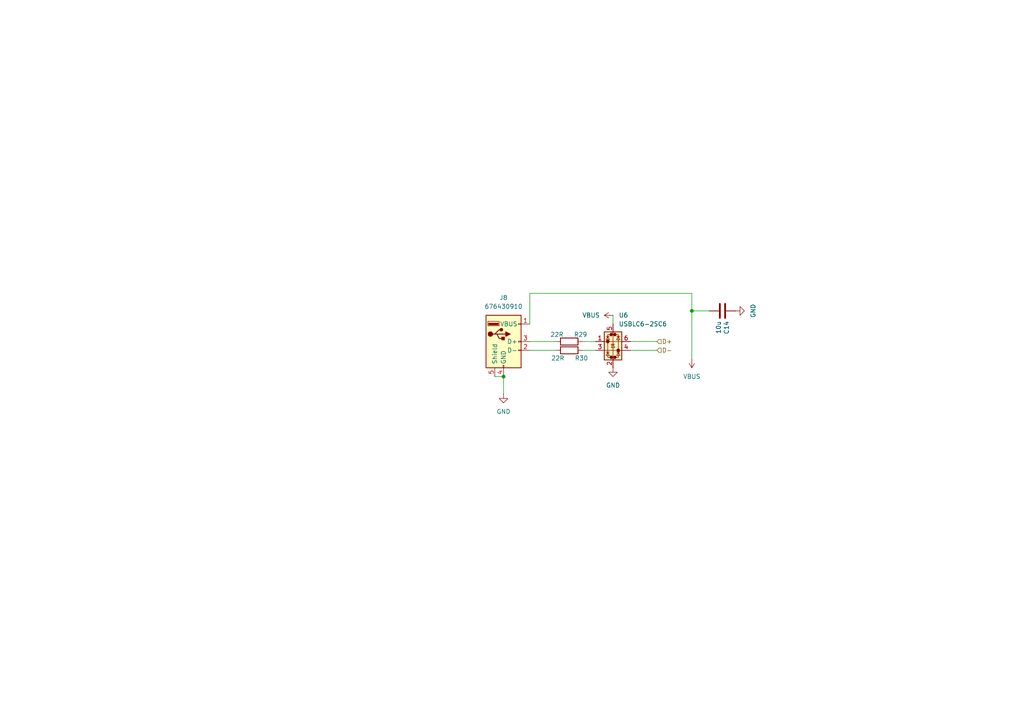
<source format=kicad_sch>
(kicad_sch (version 20250114) (generator "eeschema") (generator_version "9.0")
  (paper "A4")
  (title_block (title "${NAME}") (date "2025-05-24") (rev "${VERSION}") (company "Mikhail Matveev") (comment 1 "https://github.com/rh1tech/echo"))
  (lib_symbols
    (symbol "Connector:USB_A" (pin_names (offset 1.016))
      (property "Reference" "J" (at -5.08 11.43 0))
      (property "Value" "USB_A" (at -5.08 8.89 0))
      (symbol "USB_A_0_1"
        (rectangle (start -5.08 -7.62) (end 5.08 7.62) (stroke (width 0.254)) (fill (type background)))
        (circle (center -3.81 2.159) (radius 0.635) (stroke (width 0.254)) (fill (type outline)))
        (polyline (pts (xy -3.175 2.159) (xy -2.54 2.159) (xy -1.27 3.429) (xy -0.635 3.429)) (stroke (width 0.254)))
        (polyline (pts (xy -2.54 2.159) (xy -1.905 2.159) (xy -1.27 0.889) (xy 0 0.889)) (stroke (width 0.254)))
        (rectangle (start -1.524 4.826) (end -4.318 5.334) (fill (type outline)))
        (rectangle (start -1.27 4.572) (end -4.572 5.842))
        (circle (center -0.635 3.429) (radius 0.381) (stroke (width 0.254)) (fill (type outline)))
        (rectangle (start -0.127 -7.62) (end 0.127 -6.858))
        (rectangle (start 0.254 1.27) (end -0.508 0.508) (stroke (width 0.254)) (fill (type outline)))
        (polyline (pts (xy 0.635 2.794) (xy 0.635 1.524) (xy 1.905 2.159) (xy 0.635 2.794)) (stroke (width 0.254)) (fill (type outline)))
        (rectangle (start 5.08 4.953) (end 4.318 5.207))
        (rectangle (start 5.08 -0.127) (end 4.318 0.127))
        (rectangle (start 5.08 -2.667) (end 4.318 -2.413))
      )
      (symbol "USB_A_1_1"
        (polyline (pts (xy -1.905 2.159) (xy 0.635 2.159)) (stroke (width 0.254)))
        (pin passive line (at -2.54 -10.16 90) (length 2.54) (name "Shield") (number "5"))
        (pin power_in line (at 0 -10.16 90) (length 2.54) (name "GND") (number "4"))
        (pin power_in line (at 7.62 5.08 180) (length 2.54) (name "VBUS") (number "1"))
        (pin bidirectional line (at 7.62 0 180) (length 2.54) (name "D+") (number "3"))
        (pin bidirectional line (at 7.62 -2.54 180) (length 2.54) (name "D-") (number "2"))
      )
    )
    (symbol "Device:C" (pin_numbers (hide yes)) (pin_names (offset 0.254))
      (property "Reference" "C" (at 0.635 2.54 0))
      (property "Value" "C" (at 0.635 -2.54 0))
      (symbol "C_0_1"
        (polyline (pts (xy -2.032 0.762) (xy 2.032 0.762)) (stroke (width 0.508)))
        (polyline (pts (xy -2.032 -0.762) (xy 2.032 -0.762)) (stroke (width 0.508)))
      )
      (symbol "C_1_1"
        (pin passive line (at 0 3.81 270) (length 2.794) (name "~") (number "1"))
        (pin passive line (at 0 -3.81 90) (length 2.794) (name "~") (number "2"))
      )
    )
    (symbol "Device:R" (pin_numbers (hide yes)) (pin_names (offset 0))
      (property "Reference" "R" (at 2.032 0 90))
      (property "Value" "R" (at 0 0 90))
      (symbol "R_0_1"
        (rectangle (start -1.016 -2.54) (end 1.016 2.54) (stroke (width 0.254)))
      )
      (symbol "R_1_1"
        (pin passive line (at 0 3.81 270) (length 1.27) (name "~") (number "1"))
        (pin passive line (at 0 -3.81 90) (length 1.27) (name "~") (number "2"))
      )
    )
    (symbol "Power_Protection:USBLC6-2SC6" (pin_names (hide yes))
      (property "Reference" "U" (at 0.635 5.715 0))
      (property "Value" "USBLC6-2SC6" (at 0.635 3.81 0))
      (symbol "USBLC6-2SC6_0_0"
        (circle (center -1.524 0) (radius 0.0001) (stroke (width 0.508)))
        (circle (center -0.508 2.032) (radius 0.0001) (stroke (width 0.508)))
        (circle (center -0.508 -4.572) (radius 0.0001) (stroke (width 0.508)))
        (circle (center 0.508 2.032) (radius 0.0001) (stroke (width 0.508)))
        (circle (center 0.508 -4.572) (radius 0.0001) (stroke (width 0.508)))
        (circle (center 1.524 -2.54) (radius 0.0001) (stroke (width 0.508)))
      )
      (symbol "USBLC6-2SC6_0_1"
        (polyline (pts (xy -2.54 0) (xy 2.54 0)))
        (polyline (pts (xy -2.54 -2.54) (xy 2.54 -2.54)))
        (polyline (pts (xy -2.032 0.508) (xy -1.016 0.508) (xy -1.524 1.524) (xy -2.032 0.508)))
        (polyline (pts (xy -2.032 -3.048) (xy -1.016 -3.048)))
        (polyline (pts (xy -1.016 1.524) (xy -2.032 1.524)))
        (polyline (pts (xy -1.016 -4.064) (xy -2.032 -4.064) (xy -1.524 -3.048) (xy -1.016 -4.064)))
        (polyline (pts (xy -0.508 -1.143) (xy -0.508 -0.762) (xy 0.508 -0.762)))
        (polyline (pts (xy 0 2.54) (xy -0.508 2.032) (xy 0.508 2.032) (xy 0 1.524) (xy 0 -4.064) (xy -0.508 -4.572) (xy 0.508 -4.572) (xy 0 -5.08)))
        (polyline (pts (xy 0.508 -1.778) (xy -0.508 -1.778) (xy 0 -0.762) (xy 0.508 -1.778)))
        (polyline (pts (xy 1.016 1.524) (xy 2.032 1.524)))
        (polyline (pts (xy 1.016 -3.048) (xy 2.032 -3.048)))
        (polyline (pts (xy 2.032 0.508) (xy 1.016 0.508) (xy 1.524 1.524) (xy 2.032 0.508)))
        (polyline (pts (xy 2.032 -4.064) (xy 1.016 -4.064) (xy 1.524 -3.048) (xy 2.032 -4.064)))
      )
      (symbol "USBLC6-2SC6_1_1"
        (rectangle (start -2.54 2.794) (end 2.54 -5.334) (stroke (width 0.254)) (fill (type background)))
        (polyline (pts (xy -0.508 2.032) (xy -1.524 2.032) (xy -1.524 -4.572) (xy -0.508 -4.572)))
        (polyline (pts (xy 0.508 -4.572) (xy 1.524 -4.572) (xy 1.524 2.032) (xy 0.508 2.032)))
        (pin passive line (at -5.08 0 0) (length 2.54) (name "I/O1") (number "1"))
        (pin passive line (at -5.08 -2.54 0) (length 2.54) (name "I/O2") (number "3"))
        (pin passive line (at 0 5.08 270) (length 2.54) (name "VBUS") (number "5"))
        (pin passive line (at 0 -7.62 90) (length 2.54) (name "GND") (number "2"))
        (pin passive line (at 5.08 0 180) (length 2.54) (name "I/O1") (number "6"))
        (pin passive line (at 5.08 -2.54 180) (length 2.54) (name "I/O2") (number "4"))
      )
    )
    (symbol "power:GND" (power) (pin_numbers (hide yes)) (pin_names (offset 0) (hide yes))
      (property "Value" "GND" (at 0 -3.81 0))
      (symbol "GND_0_1"
        (polyline (pts (xy 0 0) (xy 0 -1.27) (xy 1.27 -1.27) (xy 0 -2.54) (xy -1.27 -1.27) (xy 0 -1.27)))
      )
      (symbol "GND_1_1"
        (pin power_in line (at 0 0 270) (length 0) (name "~") (number "1"))
      )
    )
    (symbol "power:VBUS" (power) (pin_numbers (hide yes)) (pin_names (offset 0) (hide yes))
      (property "Value" "VBUS" (at 0 3.556 0))
      (symbol "VBUS_0_1"
        (polyline (pts (xy -0.762 1.27) (xy 0 2.54)))
        (polyline (pts (xy 0 2.54) (xy 0.762 1.27)))
        (polyline (pts (xy 0 0) (xy 0 2.54)))
      )
      (symbol "VBUS_1_1"
        (pin power_in line (at 0 0 90) (length 0) (name "~") (number "1"))
      )
    )
  )
  (junction (at 200.66 90.17))
  (junction (at 146.05 109.22))
  (wire (pts (xy 153.67 85.09) (xy 200.66 85.09)))
  (wire (pts (xy 146.05 109.22) (xy 146.05 114.3)))
  (wire (pts (xy 168.91 99.06) (xy 172.72 99.06)))
  (wire (pts (xy 200.66 90.17) (xy 200.66 104.14)))
  (wire (pts (xy 153.67 101.6) (xy 161.29 101.6)))
  (wire (pts (xy 200.66 90.17) (xy 205.74 90.17)))
  (wire (pts (xy 143.51 109.22) (xy 146.05 109.22)))
  (wire (pts (xy 153.67 85.09) (xy 153.67 93.98)))
  (wire (pts (xy 177.8 91.44) (xy 177.8 93.98)))
  (wire (pts (xy 182.88 101.6) (xy 190.5 101.6)))
  (wire (pts (xy 182.88 99.06) (xy 190.5 99.06)))
  (wire (pts (xy 153.67 99.06) (xy 161.29 99.06)))
  (wire (pts (xy 168.91 101.6) (xy 172.72 101.6)))
  (wire (pts (xy 200.66 85.09) (xy 200.66 90.17)))
  (hierarchical_label "D+" (shape input) (at 190.5 99.06 0))
  (hierarchical_label "D-" (shape input) (at 190.5 101.6 0))
  (symbol (lib_id "Device:C") (at 209.55 90.17 270) (unit 1)
    (property "Reference" "C14" (at 210.7184 93.091 0) (effects (justify left)))
    (property "Value" "10u" (at 208.407 93.091 0) (effects (justify left)))
    (property "Footprint" "FRANK:Capacitor (0805)" (effects (hide yes)))
    (property "Datasheet" "https://eu.mouser.com/datasheet/2/40/KGM_X7R-3223212.pdf" (effects (hide yes)))
    (property "AliExpress" "https://www.aliexpress.com/item/33008008276.html" (effects (hide yes)))
  )
  (symbol (lib_id "Power_Protection:USBLC6-2SC6") (at 177.8 99.06 0) (unit 1)
    (property "Reference" "U6" (at 179.4511 91.44 0) (effects (justify left)))
    (property "Value" "USBLC6-2SC6" (at 179.4511 93.98 0) (effects (justify left)))
    (property "Footprint" "FRANK:SOT-23-6" (effects (hide yes)))
    (property "Datasheet" "https://www.st.com/resource/en/datasheet/usblc6-2.pdf" (effects (hide yes)))
    (property "Description" "Very low capacitance ESD protection diode, 2 data-line, SOT-23-6" (effects (hide yes)))
  )
  (symbol (lib_id "power:VBUS") (at 200.66 104.14 180) (unit 1)
    (property "Reference" "#PWR054" (effects (hide yes)))
    (property "Value" "VBUS" (at 200.66 109.22 0))
    (property "Description" "Power symbol creates a global label with name \"VBUS\"" (effects (hide yes)))
  )
  (symbol (lib_id "Device:R") (at 165.1 99.06 270) (mirror x) (unit 1)
    (property "Reference" "R29" (at 168.402 97.028 90))
    (property "Value" "22R" (at 161.544 97.028 90))
    (property "Footprint" "FRANK:Resistor (0805)" (effects (hide yes)))
    (property "Datasheet" "https://www.vishay.com/docs/28952/mcs0402at-mct0603at-mcu0805at-mca1206at.pdf" (effects (hide yes)))
    (property "AliExpress" "https://www.aliexpress.com/item/1005005945735199.html" (effects (hide yes)))
  )
  (symbol (lib_id "power:GND") (at 146.05 114.3 0) (unit 1)
    (property "Reference" "#PWR056" (effects (hide yes)))
    (property "Value" "GND" (at 146.05 119.38 0))
    (property "Description" "Power symbol creates a global label with name \"GND\" , ground" (effects (hide yes)))
  )
  (symbol (lib_id "power:VBUS") (at 177.8 91.44 90) (unit 1)
    (property "Reference" "#PWR053" (effects (hide yes)))
    (property "Value" "VBUS" (at 173.99 91.4399 90) (effects (justify left)))
    (property "Description" "Power symbol creates a global label with name \"VBUS\"" (effects (hide yes)))
  )
  (symbol (lib_id "Device:R") (at 165.1 101.6 270) (mirror x) (unit 1)
    (property "Reference" "R30" (at 168.656 103.886 90))
    (property "Value" "22R" (at 161.798 103.886 90))
    (property "Footprint" "FRANK:Resistor (0805)" (effects (hide yes)))
    (property "Datasheet" "https://www.vishay.com/docs/28952/mcs0402at-mct0603at-mcu0805at-mca1206at.pdf" (effects (hide yes)))
    (property "AliExpress" "https://www.aliexpress.com/item/1005005945735199.html" (effects (hide yes)))
  )
  (symbol (lib_id "power:GND") (at 177.8 106.68 0) (unit 1)
    (property "Reference" "#PWR055" (effects (hide yes)))
    (property "Value" "GND" (at 177.8 111.76 0))
    (property "Description" "Power symbol creates a global label with name \"GND\" , ground" (effects (hide yes)))
  )
  (symbol (lib_id "Connector:USB_A") (at 146.05 99.06 0) (unit 1)
    (property "Reference" "J8" (at 146.05 86.36 0))
    (property "Value" "676430910" (at 146.05 88.9 0))
    (property "Footprint" "FRANK:USB Type A (single)" (effects (hide yes)))
    (property "Description" "USB Type A connector" (effects (hide yes)))
  )
  (symbol (lib_id "power:GND") (at 213.36 90.17 90) (unit 1)
    (property "Reference" "#PWR052" (effects (hide yes)))
    (property "Value" "GND" (at 218.44 90.17 0))
    (property "Description" "Power symbol creates a global label with name \"GND\" , ground" (effects (hide yes)))
  )
)
</source>
